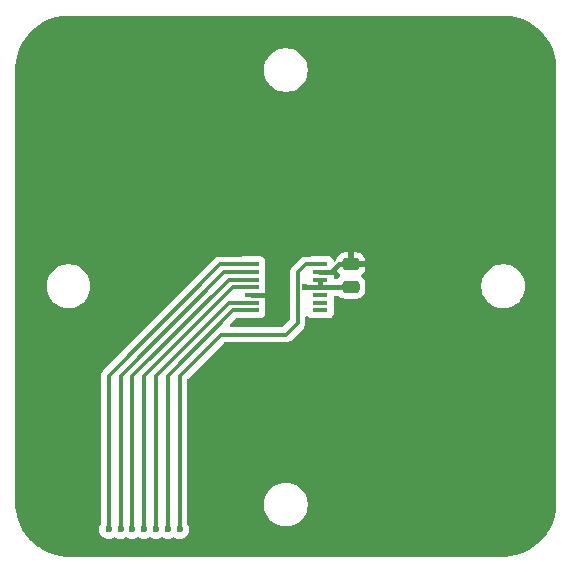
<source format=gbr>
%TF.GenerationSoftware,KiCad,Pcbnew,8.0.3*%
%TF.CreationDate,2024-07-17T14:54:55-05:00*%
%TF.ProjectId,Encoder,456e636f-6465-4722-9e6b-696361645f70,rev?*%
%TF.SameCoordinates,Original*%
%TF.FileFunction,Copper,L1,Top*%
%TF.FilePolarity,Positive*%
%FSLAX46Y46*%
G04 Gerber Fmt 4.6, Leading zero omitted, Abs format (unit mm)*
G04 Created by KiCad (PCBNEW 8.0.3) date 2024-07-17 14:54:55*
%MOMM*%
%LPD*%
G01*
G04 APERTURE LIST*
G04 Aperture macros list*
%AMRoundRect*
0 Rectangle with rounded corners*
0 $1 Rounding radius*
0 $2 $3 $4 $5 $6 $7 $8 $9 X,Y pos of 4 corners*
0 Add a 4 corners polygon primitive as box body*
4,1,4,$2,$3,$4,$5,$6,$7,$8,$9,$2,$3,0*
0 Add four circle primitives for the rounded corners*
1,1,$1+$1,$2,$3*
1,1,$1+$1,$4,$5*
1,1,$1+$1,$6,$7*
1,1,$1+$1,$8,$9*
0 Add four rect primitives between the rounded corners*
20,1,$1+$1,$2,$3,$4,$5,0*
20,1,$1+$1,$4,$5,$6,$7,0*
20,1,$1+$1,$6,$7,$8,$9,0*
20,1,$1+$1,$8,$9,$2,$3,0*%
G04 Aperture macros list end*
%TA.AperFunction,SMDPad,CuDef*%
%ADD10RoundRect,0.250000X0.475000X-0.250000X0.475000X0.250000X-0.475000X0.250000X-0.475000X-0.250000X0*%
%TD*%
%TA.AperFunction,SMDPad,CuDef*%
%ADD11R,1.308100X0.355600*%
%TD*%
%TA.AperFunction,ViaPad*%
%ADD12C,0.600000*%
%TD*%
%TA.AperFunction,Conductor*%
%ADD13C,0.400000*%
%TD*%
%TA.AperFunction,Conductor*%
%ADD14C,0.300000*%
%TD*%
G04 APERTURE END LIST*
D10*
%TO.P,C1,1*%
%TO.N,+3.3V*%
X137500000Y-82450000D03*
%TO.P,C1,2*%
%TO.N,GND*%
X137500000Y-80550000D03*
%TD*%
D11*
%TO.P,U1,1,CSn*%
%TO.N,CS_*%
X129098050Y-80549999D03*
%TO.P,U1,2,CLK*%
%TO.N,CLK*%
X129098050Y-81200000D03*
%TO.P,U1,3,MISO*%
%TO.N,MISO*%
X129098050Y-81850001D03*
%TO.P,U1,4,MOSI*%
%TO.N,MOSI*%
X129098050Y-82500000D03*
%TO.P,U1,5,TEST*%
%TO.N,GND*%
X129098050Y-83149999D03*
%TO.P,U1,6,B*%
%TO.N,A*%
X129098050Y-83800000D03*
%TO.P,U1,7,A*%
%TO.N,B*%
X129098050Y-84449999D03*
%TO.P,U1,8,W/PWM*%
%TO.N,unconnected-(U1-W{slash}PWM-Pad8)*%
X134901950Y-84450001D03*
%TO.P,U1,9,V*%
%TO.N,unconnected-(U1-V-Pad9)*%
X134901950Y-83800000D03*
%TO.P,U1,10,U*%
%TO.N,unconnected-(U1-U-Pad10)*%
X134901950Y-83150001D03*
%TO.P,U1,11,VDD*%
%TO.N,+3.3V*%
X134901950Y-82500000D03*
%TO.P,U1,12,VDD3V*%
X134901950Y-81850001D03*
%TO.P,U1,13,GND*%
%TO.N,GND*%
X134901950Y-81200000D03*
%TO.P,U1,14,I/PWM*%
%TO.N,I*%
X134901950Y-80550001D03*
%TD*%
D12*
%TO.N,+3.3V*%
X133650000Y-82500000D03*
%TO.N,GND*%
X115800000Y-103025000D03*
X126500000Y-98000000D03*
%TO.N,I*%
X123000000Y-103000000D03*
%TO.N,B*%
X122000000Y-103000000D03*
%TO.N,A*%
X121000000Y-103000000D03*
%TO.N,MOSI*%
X120000000Y-103000000D03*
%TO.N,MISO*%
X119000000Y-103000000D03*
%TO.N,CLK*%
X118000000Y-103000000D03*
%TO.N,CS_*%
X117000000Y-103000000D03*
%TD*%
D13*
%TO.N,GND*%
X134901950Y-81200000D02*
X135900000Y-81200000D01*
X130850001Y-83149999D02*
X131000000Y-83000000D01*
X129098050Y-83149999D02*
X130850001Y-83149999D01*
%TO.N,+3.3V*%
X134901950Y-82500000D02*
X133650000Y-82500000D01*
%TO.N,GND*%
X137500000Y-80550000D02*
X139450000Y-80550000D01*
X139500000Y-80500000D02*
X139450000Y-80550000D01*
D14*
%TO.N,I*%
X123000001Y-102999999D02*
X123000000Y-103000000D01*
X123000001Y-89999999D02*
X123000001Y-102999999D01*
%TO.N,B*%
X122000000Y-90000000D02*
X122000000Y-103000000D01*
%TO.N,A*%
X121000000Y-90000000D02*
X121000000Y-103000000D01*
%TO.N,MISO*%
X119000000Y-90000000D02*
X119000000Y-103000000D01*
X119000001Y-89999999D02*
X119000000Y-90000000D01*
%TO.N,CLK*%
X118000000Y-90000000D02*
X118000000Y-103000000D01*
%TO.N,CS_*%
X117000000Y-90000000D02*
X117000000Y-103000000D01*
D13*
%TO.N,+3.3V*%
X134901950Y-82500000D02*
X137450000Y-82500000D01*
X137450000Y-82500000D02*
X137500000Y-82450000D01*
X137450000Y-82500000D02*
X137500000Y-82550000D01*
X134901950Y-81850001D02*
X134901950Y-82500000D01*
D14*
%TO.N,CLK*%
X126800000Y-81200000D02*
X118000000Y-90000000D01*
X129098050Y-81200000D02*
X126800000Y-81200000D01*
%TO.N,MISO*%
X129098050Y-81850001D02*
X127149999Y-81850001D01*
X127149999Y-81850001D02*
X119000001Y-89999999D01*
%TO.N,B*%
X127550001Y-84449999D02*
X122000000Y-90000000D01*
X129098050Y-84449999D02*
X127550001Y-84449999D01*
%TO.N,I*%
X123000001Y-89999999D02*
X126500000Y-86500000D01*
X133680760Y-80550001D02*
X134901950Y-80550001D01*
X133000000Y-85500000D02*
X133000000Y-81230761D01*
X126500000Y-86500000D02*
X132000000Y-86500000D01*
X133000000Y-81230761D02*
X133680760Y-80550001D01*
X132000000Y-86500000D02*
X133000000Y-85500000D01*
%TO.N,CS_*%
X126450001Y-80549999D02*
X117000000Y-90000000D01*
X129098050Y-80549999D02*
X126450001Y-80549999D01*
%TO.N,A*%
X127200000Y-83800000D02*
X121000000Y-90000000D01*
X129098050Y-83800000D02*
X127200000Y-83800000D01*
D13*
%TO.N,GND*%
X134901950Y-81200000D02*
X135800000Y-81200000D01*
X135800000Y-81200000D02*
X136500000Y-80500000D01*
X136500000Y-80500000D02*
X136550000Y-80550000D01*
X136550000Y-80550000D02*
X137500000Y-80550000D01*
D14*
%TO.N,MOSI*%
X120000000Y-90000002D02*
X120000000Y-103000000D01*
X119999999Y-90000001D02*
X120000000Y-90000002D01*
X127500000Y-82500000D02*
X119999999Y-90000001D01*
X129098050Y-82500000D02*
X127500000Y-82500000D01*
%TD*%
%TA.AperFunction,Conductor*%
%TO.N,GND*%
G36*
X136261203Y-80934840D02*
G01*
X136297706Y-80989549D01*
X136340641Y-81119119D01*
X136340643Y-81119124D01*
X136432684Y-81268345D01*
X136556655Y-81392316D01*
X136556659Y-81392319D01*
X136559656Y-81394168D01*
X136561279Y-81395972D01*
X136562323Y-81396798D01*
X136562181Y-81396976D01*
X136606381Y-81446116D01*
X136617602Y-81515079D01*
X136589759Y-81579161D01*
X136559661Y-81605241D01*
X136556349Y-81607283D01*
X136556343Y-81607288D01*
X136432287Y-81731344D01*
X136426580Y-81740598D01*
X136374632Y-81787322D01*
X136321042Y-81799500D01*
X136180499Y-81799500D01*
X136113460Y-81779815D01*
X136067705Y-81727011D01*
X136056499Y-81675500D01*
X136056499Y-81624330D01*
X136056498Y-81624324D01*
X136054666Y-81607283D01*
X136050091Y-81564718D01*
X136050091Y-81564717D01*
X136048307Y-81557167D01*
X136050391Y-81556674D01*
X136046188Y-81497932D01*
X136048211Y-81491043D01*
X136049598Y-81485172D01*
X136055999Y-81425644D01*
X136056000Y-81425627D01*
X136056000Y-81377800D01*
X136022886Y-81377800D01*
X135955847Y-81358115D01*
X135923621Y-81328113D01*
X135913547Y-81314656D01*
X135913542Y-81314651D01*
X135892990Y-81299266D01*
X135851120Y-81243332D01*
X135846136Y-81173640D01*
X135879622Y-81112317D01*
X135892984Y-81100739D01*
X135913546Y-81085347D01*
X135913549Y-81085343D01*
X135923622Y-81071888D01*
X135979556Y-81030018D01*
X136022888Y-81022200D01*
X136056000Y-81022200D01*
X136058640Y-81019559D01*
X136075685Y-80961514D01*
X136128489Y-80915759D01*
X136197647Y-80905815D01*
X136261203Y-80934840D01*
G37*
%TD.AperFunction*%
%TA.AperFunction,Conductor*%
G36*
X150400692Y-59500007D02*
G01*
X150602929Y-59502343D01*
X150612931Y-59502863D01*
X151016336Y-59540244D01*
X151027654Y-59541823D01*
X151395590Y-59610602D01*
X151425200Y-59616137D01*
X151436351Y-59618760D01*
X151825313Y-59729429D01*
X151836151Y-59733061D01*
X152213285Y-59879164D01*
X152223747Y-59883784D01*
X152585760Y-60064044D01*
X152595748Y-60069607D01*
X152832071Y-60215932D01*
X152939599Y-60282511D01*
X152949048Y-60288984D01*
X153271779Y-60532699D01*
X153280580Y-60540008D01*
X153579448Y-60812462D01*
X153587542Y-60820556D01*
X153859987Y-61119414D01*
X153867304Y-61128225D01*
X154111015Y-61450951D01*
X154117488Y-61460400D01*
X154330387Y-61804242D01*
X154335960Y-61814249D01*
X154516211Y-62176244D01*
X154520838Y-62186721D01*
X154666934Y-62563837D01*
X154670573Y-62574697D01*
X154781239Y-62963650D01*
X154783862Y-62974799D01*
X154858174Y-63372332D01*
X154859756Y-63383676D01*
X154897135Y-63787064D01*
X154897656Y-63797073D01*
X154899992Y-63999307D01*
X154900000Y-64000739D01*
X154900000Y-100799260D01*
X154899992Y-100800692D01*
X154897656Y-101002926D01*
X154897135Y-101012935D01*
X154859756Y-101416323D01*
X154858174Y-101427667D01*
X154783862Y-101825200D01*
X154781239Y-101836349D01*
X154670573Y-102225302D01*
X154666934Y-102236162D01*
X154520838Y-102613278D01*
X154516211Y-102623755D01*
X154335960Y-102985750D01*
X154330387Y-102995757D01*
X154117488Y-103339599D01*
X154111015Y-103349048D01*
X153867304Y-103671774D01*
X153859987Y-103680585D01*
X153587542Y-103979443D01*
X153579443Y-103987542D01*
X153280585Y-104259987D01*
X153271774Y-104267304D01*
X152949048Y-104511015D01*
X152939599Y-104517488D01*
X152595757Y-104730387D01*
X152585750Y-104735960D01*
X152223755Y-104916211D01*
X152213278Y-104920838D01*
X151836162Y-105066934D01*
X151825302Y-105070573D01*
X151436349Y-105181239D01*
X151425200Y-105183862D01*
X151027667Y-105258174D01*
X151016323Y-105259756D01*
X150612935Y-105297135D01*
X150602926Y-105297656D01*
X150400693Y-105299992D01*
X150399261Y-105300000D01*
X113600739Y-105300000D01*
X113599307Y-105299992D01*
X113397073Y-105297656D01*
X113387064Y-105297135D01*
X112983676Y-105259756D01*
X112972332Y-105258174D01*
X112574799Y-105183862D01*
X112563650Y-105181239D01*
X112174697Y-105070573D01*
X112163837Y-105066934D01*
X111786721Y-104920838D01*
X111776244Y-104916211D01*
X111414249Y-104735960D01*
X111404242Y-104730387D01*
X111060400Y-104517488D01*
X111050951Y-104511015D01*
X110728225Y-104267304D01*
X110719414Y-104259987D01*
X110420556Y-103987542D01*
X110412457Y-103979443D01*
X110253946Y-103805565D01*
X110140008Y-103680580D01*
X110132695Y-103671774D01*
X109888984Y-103349048D01*
X109882511Y-103339599D01*
X109783226Y-103179249D01*
X109672237Y-102999996D01*
X116194435Y-102999996D01*
X116194435Y-103000003D01*
X116214630Y-103179249D01*
X116214631Y-103179254D01*
X116274211Y-103349523D01*
X116370184Y-103502262D01*
X116497738Y-103629816D01*
X116650478Y-103725789D01*
X116820745Y-103785368D01*
X116820750Y-103785369D01*
X116999996Y-103805565D01*
X117000000Y-103805565D01*
X117000004Y-103805565D01*
X117179249Y-103785369D01*
X117179252Y-103785368D01*
X117179255Y-103785368D01*
X117349522Y-103725789D01*
X117421464Y-103680585D01*
X117434027Y-103672691D01*
X117501264Y-103653690D01*
X117565973Y-103672691D01*
X117650475Y-103725788D01*
X117820745Y-103785368D01*
X117820750Y-103785369D01*
X117999996Y-103805565D01*
X118000000Y-103805565D01*
X118000004Y-103805565D01*
X118179249Y-103785369D01*
X118179252Y-103785368D01*
X118179255Y-103785368D01*
X118349522Y-103725789D01*
X118421464Y-103680585D01*
X118434027Y-103672691D01*
X118501264Y-103653690D01*
X118565973Y-103672691D01*
X118650475Y-103725788D01*
X118820745Y-103785368D01*
X118820750Y-103785369D01*
X118999996Y-103805565D01*
X119000000Y-103805565D01*
X119000004Y-103805565D01*
X119179249Y-103785369D01*
X119179252Y-103785368D01*
X119179255Y-103785368D01*
X119349522Y-103725789D01*
X119421464Y-103680585D01*
X119434027Y-103672691D01*
X119501264Y-103653690D01*
X119565973Y-103672691D01*
X119650475Y-103725788D01*
X119820745Y-103785368D01*
X119820750Y-103785369D01*
X119999996Y-103805565D01*
X120000000Y-103805565D01*
X120000004Y-103805565D01*
X120179249Y-103785369D01*
X120179252Y-103785368D01*
X120179255Y-103785368D01*
X120349522Y-103725789D01*
X120421464Y-103680585D01*
X120434027Y-103672691D01*
X120501264Y-103653690D01*
X120565973Y-103672691D01*
X120650475Y-103725788D01*
X120820745Y-103785368D01*
X120820750Y-103785369D01*
X120999996Y-103805565D01*
X121000000Y-103805565D01*
X121000004Y-103805565D01*
X121179249Y-103785369D01*
X121179252Y-103785368D01*
X121179255Y-103785368D01*
X121349522Y-103725789D01*
X121421464Y-103680585D01*
X121434027Y-103672691D01*
X121501264Y-103653690D01*
X121565973Y-103672691D01*
X121650475Y-103725788D01*
X121820745Y-103785368D01*
X121820750Y-103785369D01*
X121999996Y-103805565D01*
X122000000Y-103805565D01*
X122000004Y-103805565D01*
X122179249Y-103785369D01*
X122179252Y-103785368D01*
X122179255Y-103785368D01*
X122349522Y-103725789D01*
X122421464Y-103680585D01*
X122434027Y-103672691D01*
X122501264Y-103653690D01*
X122565973Y-103672691D01*
X122650475Y-103725788D01*
X122820745Y-103785368D01*
X122820750Y-103785369D01*
X122999996Y-103805565D01*
X123000000Y-103805565D01*
X123000004Y-103805565D01*
X123179249Y-103785369D01*
X123179252Y-103785368D01*
X123179255Y-103785368D01*
X123349522Y-103725789D01*
X123502262Y-103629816D01*
X123629816Y-103502262D01*
X123725789Y-103349522D01*
X123785368Y-103179255D01*
X123805565Y-103000000D01*
X123803959Y-102985750D01*
X123785369Y-102820750D01*
X123785366Y-102820737D01*
X123725790Y-102650479D01*
X123669507Y-102560904D01*
X123650501Y-102494933D01*
X123650501Y-100778711D01*
X130149500Y-100778711D01*
X130149500Y-101021288D01*
X130181161Y-101261785D01*
X130243947Y-101496104D01*
X130336773Y-101720205D01*
X130336776Y-101720212D01*
X130458064Y-101930289D01*
X130458066Y-101930292D01*
X130458067Y-101930293D01*
X130605733Y-102122736D01*
X130605739Y-102122743D01*
X130777256Y-102294260D01*
X130777262Y-102294265D01*
X130969711Y-102441936D01*
X131179788Y-102563224D01*
X131325904Y-102623747D01*
X131390445Y-102650481D01*
X131403900Y-102656054D01*
X131638211Y-102718838D01*
X131818586Y-102742584D01*
X131878711Y-102750500D01*
X131878712Y-102750500D01*
X132121289Y-102750500D01*
X132169388Y-102744167D01*
X132361789Y-102718838D01*
X132596100Y-102656054D01*
X132820212Y-102563224D01*
X133030289Y-102441936D01*
X133222738Y-102294265D01*
X133394265Y-102122738D01*
X133541936Y-101930289D01*
X133663224Y-101720212D01*
X133756054Y-101496100D01*
X133818838Y-101261789D01*
X133850500Y-101021288D01*
X133850500Y-100778712D01*
X133818838Y-100538211D01*
X133756054Y-100303900D01*
X133663224Y-100079788D01*
X133541936Y-99869711D01*
X133394265Y-99677262D01*
X133394260Y-99677256D01*
X133222743Y-99505739D01*
X133222736Y-99505733D01*
X133030293Y-99358067D01*
X133030292Y-99358066D01*
X133030289Y-99358064D01*
X132820212Y-99236776D01*
X132820205Y-99236773D01*
X132596104Y-99143947D01*
X132361785Y-99081161D01*
X132121289Y-99049500D01*
X132121288Y-99049500D01*
X131878712Y-99049500D01*
X131878711Y-99049500D01*
X131638214Y-99081161D01*
X131403895Y-99143947D01*
X131179794Y-99236773D01*
X131179785Y-99236777D01*
X130969706Y-99358067D01*
X130777263Y-99505733D01*
X130777256Y-99505739D01*
X130605739Y-99677256D01*
X130605733Y-99677263D01*
X130458067Y-99869706D01*
X130336777Y-100079785D01*
X130336773Y-100079794D01*
X130243947Y-100303895D01*
X130181161Y-100538214D01*
X130149500Y-100778711D01*
X123650501Y-100778711D01*
X123650501Y-90320807D01*
X123670186Y-90253768D01*
X123686820Y-90233126D01*
X126733127Y-87186819D01*
X126794450Y-87153334D01*
X126820808Y-87150500D01*
X132064071Y-87150500D01*
X132148615Y-87133682D01*
X132189744Y-87125501D01*
X132308127Y-87076465D01*
X132414669Y-87005277D01*
X133505277Y-85914669D01*
X133576466Y-85808126D01*
X133625501Y-85689743D01*
X133650500Y-85564069D01*
X133650500Y-85435931D01*
X133650500Y-85037499D01*
X133670185Y-84970460D01*
X133722989Y-84924705D01*
X133792147Y-84914761D01*
X133855703Y-84943786D01*
X133873760Y-84963180D01*
X133890354Y-84985347D01*
X133890357Y-84985349D01*
X134005564Y-85071594D01*
X134005571Y-85071598D01*
X134140417Y-85121892D01*
X134140416Y-85121892D01*
X134147344Y-85122636D01*
X134200027Y-85128301D01*
X135603872Y-85128300D01*
X135663483Y-85121892D01*
X135798331Y-85071597D01*
X135913546Y-84985347D01*
X135999796Y-84870132D01*
X136050091Y-84735284D01*
X136056500Y-84675674D01*
X136056499Y-84224329D01*
X136050091Y-84164718D01*
X136050090Y-84164715D01*
X136050090Y-84164713D01*
X136048308Y-84157170D01*
X136050603Y-84156627D01*
X136046454Y-84098645D01*
X136048906Y-84090296D01*
X136050089Y-84085289D01*
X136050091Y-84085283D01*
X136056500Y-84025673D01*
X136056499Y-83574328D01*
X136050091Y-83514717D01*
X136050091Y-83514716D01*
X136048307Y-83507166D01*
X136050602Y-83506623D01*
X136046457Y-83448637D01*
X136048907Y-83440290D01*
X136050091Y-83435282D01*
X136050103Y-83435171D01*
X136056500Y-83375674D01*
X136056500Y-83324500D01*
X136076185Y-83257461D01*
X136128989Y-83211706D01*
X136180500Y-83200500D01*
X136412770Y-83200500D01*
X136479809Y-83220185D01*
X136500451Y-83236819D01*
X136556344Y-83292712D01*
X136705666Y-83384814D01*
X136872203Y-83439999D01*
X136974991Y-83450500D01*
X138025008Y-83450499D01*
X138025016Y-83450498D01*
X138025019Y-83450498D01*
X138081302Y-83444748D01*
X138127797Y-83439999D01*
X138294334Y-83384814D01*
X138443656Y-83292712D01*
X138567712Y-83168656D01*
X138659814Y-83019334D01*
X138714999Y-82852797D01*
X138725500Y-82750009D01*
X138725499Y-82278711D01*
X148549500Y-82278711D01*
X148549500Y-82521288D01*
X148581161Y-82761785D01*
X148643947Y-82996104D01*
X148728611Y-83200500D01*
X148736776Y-83220212D01*
X148858064Y-83430289D01*
X148858066Y-83430292D01*
X148858067Y-83430293D01*
X149005733Y-83622736D01*
X149005739Y-83622743D01*
X149177256Y-83794260D01*
X149177262Y-83794265D01*
X149369711Y-83941936D01*
X149579788Y-84063224D01*
X149803900Y-84156054D01*
X150038211Y-84218838D01*
X150218586Y-84242584D01*
X150278711Y-84250500D01*
X150278712Y-84250500D01*
X150521289Y-84250500D01*
X150569388Y-84244167D01*
X150761789Y-84218838D01*
X150996100Y-84156054D01*
X151220212Y-84063224D01*
X151430289Y-83941936D01*
X151622738Y-83794265D01*
X151794265Y-83622738D01*
X151941936Y-83430289D01*
X152063224Y-83220212D01*
X152156054Y-82996100D01*
X152218838Y-82761789D01*
X152250500Y-82521288D01*
X152250500Y-82278712D01*
X152218838Y-82038211D01*
X152156054Y-81803900D01*
X152154231Y-81799500D01*
X152144195Y-81775269D01*
X152063224Y-81579788D01*
X151941936Y-81369711D01*
X151794265Y-81177262D01*
X151794260Y-81177256D01*
X151622743Y-81005739D01*
X151622736Y-81005733D01*
X151430293Y-80858067D01*
X151430292Y-80858066D01*
X151430289Y-80858064D01*
X151220212Y-80736776D01*
X151220205Y-80736773D01*
X150996104Y-80643947D01*
X150761785Y-80581161D01*
X150521289Y-80549500D01*
X150521288Y-80549500D01*
X150278712Y-80549500D01*
X150278711Y-80549500D01*
X150038214Y-80581161D01*
X149803895Y-80643947D01*
X149579794Y-80736773D01*
X149579785Y-80736777D01*
X149369706Y-80858067D01*
X149177263Y-81005733D01*
X149177256Y-81005739D01*
X149005739Y-81177256D01*
X149005733Y-81177263D01*
X148858067Y-81369706D01*
X148736777Y-81579785D01*
X148736773Y-81579794D01*
X148643947Y-81803895D01*
X148581161Y-82038214D01*
X148549500Y-82278711D01*
X138725499Y-82278711D01*
X138725499Y-82149992D01*
X138714999Y-82047203D01*
X138659814Y-81880666D01*
X138567712Y-81731344D01*
X138443656Y-81607288D01*
X138440342Y-81605243D01*
X138438546Y-81603248D01*
X138437989Y-81602807D01*
X138438064Y-81602711D01*
X138393618Y-81553297D01*
X138382397Y-81484334D01*
X138410240Y-81420252D01*
X138440348Y-81394165D01*
X138443342Y-81392318D01*
X138567315Y-81268345D01*
X138659356Y-81119124D01*
X138659358Y-81119119D01*
X138714505Y-80952697D01*
X138714506Y-80952690D01*
X138724999Y-80849986D01*
X138725000Y-80849973D01*
X138725000Y-80800000D01*
X137374000Y-80800000D01*
X137306961Y-80780315D01*
X137261206Y-80727511D01*
X137250000Y-80676000D01*
X137250000Y-80300000D01*
X137750000Y-80300000D01*
X138724999Y-80300000D01*
X138724999Y-80250028D01*
X138724998Y-80250013D01*
X138714505Y-80147302D01*
X138659358Y-79980880D01*
X138659356Y-79980875D01*
X138567315Y-79831654D01*
X138443345Y-79707684D01*
X138294124Y-79615643D01*
X138294119Y-79615641D01*
X138127697Y-79560494D01*
X138127690Y-79560493D01*
X138024986Y-79550000D01*
X137750000Y-79550000D01*
X137750000Y-80300000D01*
X137250000Y-80300000D01*
X137250000Y-79550000D01*
X136975029Y-79550000D01*
X136975012Y-79550001D01*
X136872302Y-79560494D01*
X136705880Y-79615641D01*
X136705875Y-79615643D01*
X136556654Y-79707684D01*
X136432684Y-79831654D01*
X136340643Y-79980875D01*
X136340641Y-79980880D01*
X136285494Y-80147302D01*
X136285493Y-80147309D01*
X136279431Y-80206642D01*
X136253034Y-80271334D01*
X136195852Y-80311484D01*
X136126041Y-80314346D01*
X136065765Y-80279012D01*
X136039891Y-80237370D01*
X135999798Y-80129874D01*
X135999793Y-80129865D01*
X135913547Y-80014656D01*
X135913544Y-80014653D01*
X135798335Y-79928407D01*
X135798328Y-79928403D01*
X135663482Y-79878109D01*
X135663483Y-79878109D01*
X135603883Y-79871702D01*
X135603881Y-79871701D01*
X135603873Y-79871701D01*
X135603864Y-79871701D01*
X134200029Y-79871701D01*
X134200023Y-79871702D01*
X134140418Y-79878109D01*
X134117118Y-79886799D01*
X134104025Y-79891683D01*
X134060693Y-79899501D01*
X133616689Y-79899501D01*
X133491088Y-79924484D01*
X133491089Y-79924485D01*
X133491021Y-79924498D01*
X133491012Y-79924501D01*
X133372634Y-79973534D01*
X133266086Y-80044727D01*
X132494724Y-80816089D01*
X132466635Y-80858127D01*
X132466636Y-80858128D01*
X132423534Y-80922635D01*
X132374499Y-81041016D01*
X132374497Y-81041022D01*
X132349500Y-81166689D01*
X132349500Y-85179192D01*
X132329815Y-85246231D01*
X132313181Y-85266873D01*
X131766873Y-85813181D01*
X131705550Y-85846666D01*
X131679192Y-85849500D01*
X127369808Y-85849500D01*
X127302769Y-85829815D01*
X127257014Y-85777011D01*
X127247070Y-85707853D01*
X127276095Y-85644297D01*
X127282127Y-85637819D01*
X127783128Y-85136818D01*
X127844451Y-85103333D01*
X127870809Y-85100499D01*
X128256793Y-85100499D01*
X128300128Y-85108318D01*
X128336511Y-85121888D01*
X128336512Y-85121888D01*
X128336517Y-85121890D01*
X128396127Y-85128299D01*
X129799972Y-85128298D01*
X129859583Y-85121890D01*
X129994431Y-85071595D01*
X130109646Y-84985345D01*
X130195896Y-84870130D01*
X130246191Y-84735282D01*
X130252600Y-84675672D01*
X130252599Y-84224327D01*
X130246191Y-84164716D01*
X130246191Y-84164715D01*
X130244407Y-84157165D01*
X130246702Y-84156622D01*
X130242557Y-84098636D01*
X130245007Y-84090289D01*
X130246189Y-84085289D01*
X130246189Y-84085288D01*
X130246191Y-84085283D01*
X130252600Y-84025673D01*
X130252599Y-83574328D01*
X130246191Y-83514717D01*
X130246191Y-83514716D01*
X130244407Y-83507166D01*
X130246491Y-83506673D01*
X130242288Y-83447931D01*
X130244311Y-83441042D01*
X130245698Y-83435171D01*
X130252099Y-83375643D01*
X130252100Y-83375626D01*
X130252100Y-83327799D01*
X130218986Y-83327799D01*
X130151947Y-83308114D01*
X130119721Y-83278112D01*
X130109647Y-83264655D01*
X130109642Y-83264650D01*
X130089090Y-83249265D01*
X130047220Y-83193331D01*
X130042236Y-83123639D01*
X130075722Y-83062316D01*
X130089084Y-83050738D01*
X130109646Y-83035346D01*
X130109649Y-83035342D01*
X130119722Y-83021887D01*
X130175656Y-82980017D01*
X130218988Y-82972199D01*
X130252100Y-82972199D01*
X130252100Y-82924371D01*
X130252099Y-82924354D01*
X130245697Y-82864821D01*
X130243913Y-82857266D01*
X130246390Y-82856680D01*
X130242287Y-82799363D01*
X130245240Y-82789305D01*
X130246188Y-82785290D01*
X130246191Y-82785283D01*
X130252600Y-82725673D01*
X130252599Y-82274328D01*
X130246191Y-82214717D01*
X130246191Y-82214716D01*
X130244407Y-82207166D01*
X130246702Y-82206623D01*
X130242557Y-82148637D01*
X130245007Y-82140290D01*
X130246189Y-82135290D01*
X130246189Y-82135289D01*
X130246191Y-82135284D01*
X130252600Y-82075674D01*
X130252599Y-81624329D01*
X130246191Y-81564718D01*
X130246190Y-81564716D01*
X130246190Y-81564713D01*
X130244408Y-81557170D01*
X130246703Y-81556627D01*
X130242554Y-81498645D01*
X130245006Y-81490296D01*
X130246188Y-81485290D01*
X130246191Y-81485283D01*
X130252600Y-81425673D01*
X130252599Y-80974328D01*
X130246191Y-80914717D01*
X130246190Y-80914715D01*
X130246190Y-80914712D01*
X130244408Y-80907169D01*
X130246703Y-80906626D01*
X130242554Y-80848644D01*
X130245006Y-80840295D01*
X130246188Y-80835289D01*
X130246191Y-80835282D01*
X130252600Y-80775672D01*
X130252599Y-80324327D01*
X130246191Y-80264716D01*
X130240707Y-80250013D01*
X130195897Y-80129870D01*
X130195893Y-80129863D01*
X130109647Y-80014654D01*
X130109644Y-80014651D01*
X129994435Y-79928405D01*
X129994428Y-79928401D01*
X129859582Y-79878107D01*
X129859583Y-79878107D01*
X129799983Y-79871700D01*
X129799981Y-79871699D01*
X129799973Y-79871699D01*
X129799964Y-79871699D01*
X128396129Y-79871699D01*
X128396123Y-79871700D01*
X128336518Y-79878107D01*
X128313218Y-79886797D01*
X128300125Y-79891681D01*
X128256793Y-79899499D01*
X126385930Y-79899499D01*
X126260262Y-79924496D01*
X126260252Y-79924499D01*
X126211221Y-79944809D01*
X126141882Y-79973529D01*
X126141864Y-79973539D01*
X126035333Y-80044720D01*
X126035326Y-80044726D01*
X116494726Y-89585326D01*
X116430321Y-89681718D01*
X116430320Y-89681719D01*
X116423535Y-89691872D01*
X116374499Y-89810255D01*
X116374497Y-89810261D01*
X116349500Y-89935928D01*
X116349500Y-102494931D01*
X116330494Y-102560903D01*
X116274211Y-102650477D01*
X116274209Y-102650481D01*
X116214633Y-102820737D01*
X116214630Y-102820750D01*
X116194435Y-102999996D01*
X109672237Y-102999996D01*
X109669607Y-102995748D01*
X109664044Y-102985760D01*
X109483784Y-102623747D01*
X109479161Y-102613278D01*
X109459771Y-102563226D01*
X109333061Y-102236151D01*
X109329429Y-102225313D01*
X109218760Y-101836349D01*
X109216137Y-101825200D01*
X109196510Y-101720205D01*
X109141823Y-101427654D01*
X109140244Y-101416336D01*
X109102863Y-101012931D01*
X109102343Y-101002926D01*
X109100008Y-100800692D01*
X109100000Y-100799260D01*
X109100000Y-82278711D01*
X111749500Y-82278711D01*
X111749500Y-82521288D01*
X111781161Y-82761785D01*
X111843947Y-82996104D01*
X111928611Y-83200500D01*
X111936776Y-83220212D01*
X112058064Y-83430289D01*
X112058066Y-83430292D01*
X112058067Y-83430293D01*
X112205733Y-83622736D01*
X112205739Y-83622743D01*
X112377256Y-83794260D01*
X112377262Y-83794265D01*
X112569711Y-83941936D01*
X112779788Y-84063224D01*
X113003900Y-84156054D01*
X113238211Y-84218838D01*
X113418586Y-84242584D01*
X113478711Y-84250500D01*
X113478712Y-84250500D01*
X113721289Y-84250500D01*
X113769388Y-84244167D01*
X113961789Y-84218838D01*
X114196100Y-84156054D01*
X114420212Y-84063224D01*
X114630289Y-83941936D01*
X114822738Y-83794265D01*
X114994265Y-83622738D01*
X115141936Y-83430289D01*
X115263224Y-83220212D01*
X115356054Y-82996100D01*
X115418838Y-82761789D01*
X115450500Y-82521288D01*
X115450500Y-82278712D01*
X115418838Y-82038211D01*
X115356054Y-81803900D01*
X115354231Y-81799500D01*
X115344195Y-81775269D01*
X115263224Y-81579788D01*
X115141936Y-81369711D01*
X114994265Y-81177262D01*
X114994260Y-81177256D01*
X114822743Y-81005739D01*
X114822736Y-81005733D01*
X114630293Y-80858067D01*
X114630292Y-80858066D01*
X114630289Y-80858064D01*
X114420212Y-80736776D01*
X114420205Y-80736773D01*
X114196104Y-80643947D01*
X113961785Y-80581161D01*
X113721289Y-80549500D01*
X113721288Y-80549500D01*
X113478712Y-80549500D01*
X113478711Y-80549500D01*
X113238214Y-80581161D01*
X113003895Y-80643947D01*
X112779794Y-80736773D01*
X112779785Y-80736777D01*
X112569706Y-80858067D01*
X112377263Y-81005733D01*
X112377256Y-81005739D01*
X112205739Y-81177256D01*
X112205733Y-81177263D01*
X112058067Y-81369706D01*
X111936777Y-81579785D01*
X111936773Y-81579794D01*
X111843947Y-81803895D01*
X111781161Y-82038214D01*
X111749500Y-82278711D01*
X109100000Y-82278711D01*
X109100000Y-64000739D01*
X109100008Y-63999307D01*
X109100246Y-63978711D01*
X130149500Y-63978711D01*
X130149500Y-64221288D01*
X130181161Y-64461785D01*
X130243947Y-64696104D01*
X130336773Y-64920205D01*
X130336776Y-64920212D01*
X130458064Y-65130289D01*
X130458066Y-65130292D01*
X130458067Y-65130293D01*
X130605733Y-65322736D01*
X130605739Y-65322743D01*
X130777256Y-65494260D01*
X130777262Y-65494265D01*
X130969711Y-65641936D01*
X131179788Y-65763224D01*
X131403900Y-65856054D01*
X131638211Y-65918838D01*
X131818586Y-65942584D01*
X131878711Y-65950500D01*
X131878712Y-65950500D01*
X132121289Y-65950500D01*
X132169388Y-65944167D01*
X132361789Y-65918838D01*
X132596100Y-65856054D01*
X132820212Y-65763224D01*
X133030289Y-65641936D01*
X133222738Y-65494265D01*
X133394265Y-65322738D01*
X133541936Y-65130289D01*
X133663224Y-64920212D01*
X133756054Y-64696100D01*
X133818838Y-64461789D01*
X133850500Y-64221288D01*
X133850500Y-63978712D01*
X133818838Y-63738211D01*
X133756054Y-63503900D01*
X133663224Y-63279788D01*
X133541936Y-63069711D01*
X133394265Y-62877262D01*
X133394260Y-62877256D01*
X133222743Y-62705739D01*
X133222736Y-62705733D01*
X133030293Y-62558067D01*
X133030292Y-62558066D01*
X133030289Y-62558064D01*
X132820212Y-62436776D01*
X132820205Y-62436773D01*
X132596104Y-62343947D01*
X132361785Y-62281161D01*
X132121289Y-62249500D01*
X132121288Y-62249500D01*
X131878712Y-62249500D01*
X131878711Y-62249500D01*
X131638214Y-62281161D01*
X131403895Y-62343947D01*
X131179794Y-62436773D01*
X131179785Y-62436777D01*
X130969706Y-62558067D01*
X130777263Y-62705733D01*
X130777256Y-62705739D01*
X130605739Y-62877256D01*
X130605733Y-62877263D01*
X130458067Y-63069706D01*
X130336777Y-63279785D01*
X130336773Y-63279794D01*
X130243947Y-63503895D01*
X130181161Y-63738214D01*
X130149500Y-63978711D01*
X109100246Y-63978711D01*
X109102343Y-63797073D01*
X109102864Y-63787064D01*
X109107391Y-63738214D01*
X109140245Y-63383660D01*
X109141822Y-63372348D01*
X109216137Y-62974796D01*
X109218760Y-62963650D01*
X109292142Y-62705739D01*
X109329431Y-62574680D01*
X109333058Y-62563855D01*
X109479167Y-62186705D01*
X109483780Y-62176260D01*
X109664049Y-61814230D01*
X109669601Y-61804260D01*
X109882514Y-61460394D01*
X109888984Y-61450951D01*
X110132707Y-61128209D01*
X110139998Y-61119429D01*
X110412472Y-60820540D01*
X110420540Y-60812472D01*
X110719429Y-60539998D01*
X110728209Y-60532707D01*
X111050956Y-60288980D01*
X111060394Y-60282514D01*
X111404260Y-60069601D01*
X111414230Y-60064049D01*
X111776260Y-59883780D01*
X111786705Y-59879167D01*
X112163855Y-59733058D01*
X112174680Y-59729431D01*
X112563652Y-59618759D01*
X112574796Y-59616137D01*
X112972348Y-59541822D01*
X112983660Y-59540245D01*
X113387069Y-59502863D01*
X113397069Y-59502343D01*
X113599307Y-59500007D01*
X113600739Y-59500000D01*
X150399261Y-59500000D01*
X150400692Y-59500007D01*
G37*
%TD.AperFunction*%
%TD*%
M02*

</source>
